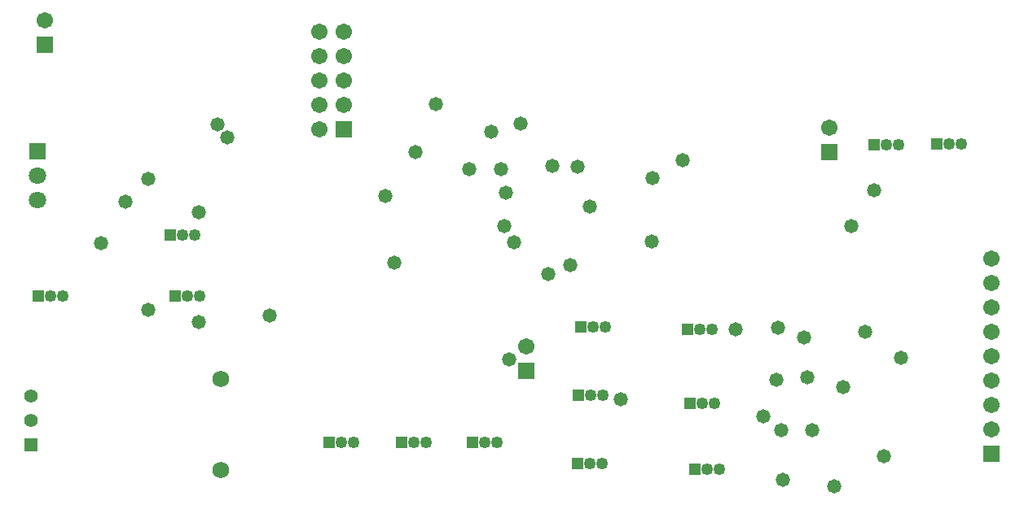
<source format=gbs>
%FSTAX23Y23*%
%MOIN*%
%SFA1B1*%

%IPPOS*%
%ADD26C,0.049340*%
%ADD27R,0.049340X0.049340*%
%ADD28R,0.067060X0.067060*%
%ADD29C,0.067060*%
%ADD30C,0.069020*%
%ADD31C,0.070990*%
%ADD32R,0.070990X0.070990*%
%ADD33R,0.055240X0.055240*%
%ADD34C,0.055240*%
%ADD35C,0.058000*%
%LNpcb1-1*%
%LPD*%
G54D26*
X03995Y01405D03*
X03945D03*
X03485Y0116D03*
X03535D03*
X04955Y0247D03*
X05005D03*
X047Y02465D03*
X0475D03*
X035Y0172D03*
X0355D03*
X03935Y0171D03*
X03985D03*
X03965Y01135D03*
X04015D03*
X03055Y01245D03*
X03105D03*
X02765D03*
X02815D03*
X0247D03*
X0252D03*
X0349Y0144D03*
X0354D03*
X0182Y02095D03*
X0187D03*
X0184Y01845D03*
X0189D03*
X0128D03*
X0133D03*
G54D27*
X03895Y01405D03*
X03435Y0116D03*
X04905Y0247D03*
X0465Y02465D03*
X0345Y0172D03*
X03885Y0171D03*
X03915Y01135D03*
X03005Y01245D03*
X02715D03*
X0242D03*
X0344Y0144D03*
X0177Y02095D03*
X0179Y01845D03*
X0123D03*
G54D28*
X04465Y02435D03*
X0513Y012D03*
X02478Y0253D03*
X03225Y0154D03*
X01255Y02875D03*
G54D29*
X04465Y02535D03*
X0513Y014D03*
Y015D03*
Y016D03*
Y017D03*
Y018D03*
Y019D03*
Y02D03*
Y013D03*
X02378Y0293D03*
X02478D03*
X02378Y0283D03*
X02478D03*
X02378Y0273D03*
X02478D03*
X02378Y0263D03*
X02478D03*
X02378Y0253D03*
X03225Y0164D03*
X01255Y02975D03*
G54D30*
X01975Y01132D03*
Y01507D03*
G54D31*
X01225Y0224D03*
Y0234D03*
G54D32*
X01225Y0244D03*
G54D33*
X012Y01235D03*
G54D34*
X012Y01335D03*
Y01435D03*
G54D35*
X04758Y01593D03*
X01885Y0219D03*
X01679Y0179D03*
X04363Y01675D03*
X04396Y01297D03*
X0425Y01501D03*
X03155Y01585D03*
X0168Y02325D03*
X01586Y02231D03*
X01886Y0174D03*
X02003Y02494D03*
X03744Y02328D03*
X0374Y02069D03*
X02771Y02434D03*
X03614Y01422D03*
X03405Y01972D03*
X01963Y02549D03*
X0469Y01188D03*
X04376Y01512D03*
X03204Y02551D03*
X03123Y02364D03*
X03436Y02377D03*
X04524Y01472D03*
X04556Y02133D03*
X04611Y017D03*
X04084Y0171D03*
X03485Y02211D03*
X03867Y02403D03*
X03137Y02133D03*
X03315Y01935D03*
X03081Y0252D03*
X03334Y0238D03*
X03177Y02065D03*
X04485Y01067D03*
X04197Y01351D03*
X03144Y0227D03*
X02649Y02257D03*
X02855Y02631D03*
X02685Y01983D03*
X02991Y02365D03*
X01485Y02063D03*
X02175Y01764D03*
X0465Y02279D03*
X04257Y01717D03*
X0427Y01297D03*
X04275Y01092D03*
M02*
</source>
